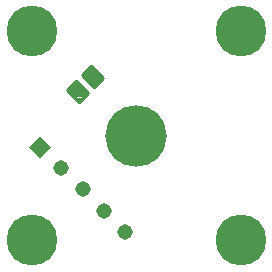
<source format=gbs>
G75*
%MOIN*%
%OFA0B0*%
%FSLAX25Y25*%
%IPPOS*%
%LPD*%
%AMOC8*
5,1,8,0,0,1.08239X$1,22.5*
%
%ADD10C,0.20485*%
%ADD11R,0.05150X0.05150*%
%ADD12C,0.05150*%
%ADD13C,0.01066*%
%ADD14C,0.16922*%
D10*
X0077943Y0075360D03*
D11*
G36*
X0045931Y0067991D02*
X0042290Y0071632D01*
X0045931Y0075273D01*
X0049572Y0071632D01*
X0045931Y0067991D01*
G37*
D12*
X0053002Y0064561D03*
X0060073Y0057490D03*
X0067145Y0050419D03*
X0074216Y0043348D03*
D13*
X0061785Y0089705D02*
X0057938Y0093552D01*
X0061785Y0089705D02*
X0058772Y0086692D01*
X0054925Y0090539D01*
X0057938Y0093552D01*
X0057707Y0087757D02*
X0059837Y0087757D01*
X0060902Y0088822D02*
X0056642Y0088822D01*
X0055577Y0089887D02*
X0061603Y0089887D01*
X0060538Y0090952D02*
X0055338Y0090952D01*
X0056403Y0092017D02*
X0059473Y0092017D01*
X0058408Y0093082D02*
X0057468Y0093082D01*
X0062949Y0098563D02*
X0066796Y0094716D01*
X0063783Y0091703D01*
X0059936Y0095550D01*
X0062949Y0098563D01*
X0062718Y0092768D02*
X0064848Y0092768D01*
X0065913Y0093833D02*
X0061653Y0093833D01*
X0060588Y0094898D02*
X0066614Y0094898D01*
X0065549Y0095963D02*
X0060349Y0095963D01*
X0061414Y0097028D02*
X0064484Y0097028D01*
X0063419Y0098093D02*
X0062479Y0098093D01*
D14*
X0043144Y0040561D03*
X0112743Y0040561D03*
X0112743Y0110159D03*
X0043144Y0110159D03*
M02*

</source>
